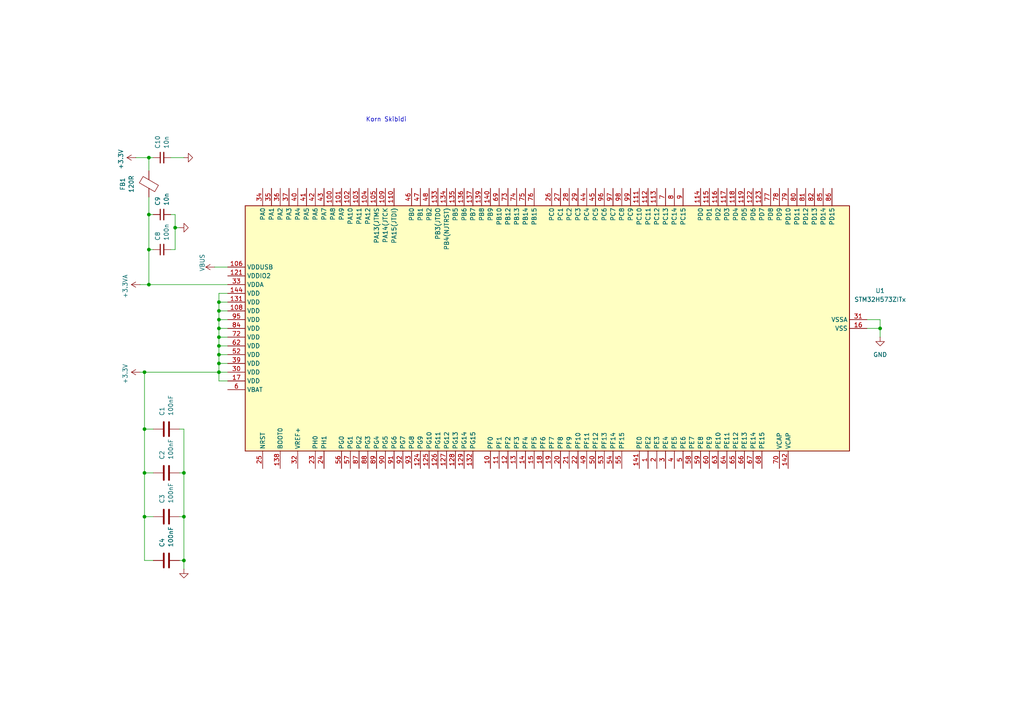
<source format=kicad_sch>
(kicad_sch (version 20250114) (generator "eeschema") (generator_version "9.0")
  (paper "A4")
  (title_block (date "2024-09-06") (rev "Tokyo") (company "CUHAR"))
  (lib_symbols
    (symbol "Device:C" (pin_numbers (hide yes)) (pin_names (offset 0.254))
      (property "Reference" "C" (at 0.635 2.54 0))
      (property "Value" "C" (at 0.635 -2.54 0))
      (symbol "C_0_1"
        (polyline (pts (xy -2.032 0.762) (xy 2.032 0.762)) (stroke (width 0.508)))
        (polyline (pts (xy -2.032 -0.762) (xy 2.032 -0.762)) (stroke (width 0.508)))
      )
      (symbol "C_1_1"
        (pin passive line (at 0 3.81 270) (length 2.794) (name "~") (number "1"))
        (pin passive line (at 0 -3.81 90) (length 2.794) (name "~") (number "2"))
      )
    )
    (symbol "Device:C_Small" (pin_numbers (hide yes)) (pin_names (offset 0.254) (hide yes))
      (property "Reference" "C" (at 0.254 1.778 0))
      (property "Value" "C_Small" (at 0.254 -2.032 0))
      (symbol "C_Small_0_1"
        (polyline (pts (xy -1.524 0.508) (xy 1.524 0.508)) (stroke (width 0.3048)))
        (polyline (pts (xy -1.524 -0.508) (xy 1.524 -0.508)) (stroke (width 0.3302)))
      )
      (symbol "C_Small_1_1"
        (pin passive line (at 0 2.54 270) (length 2.032) (name "~") (number "1"))
        (pin passive line (at 0 -2.54 90) (length 2.032) (name "~") (number "2"))
      )
    )
    (symbol "Device:FerriteBead" (pin_numbers (hide yes)) (pin_names (offset 0))
      (property "Reference" "FB" (at -3.81 0.635 90))
      (property "Value" "FerriteBead" (at 3.81 0 90))
      (symbol "FerriteBead_0_1"
        (polyline (pts (xy -2.7686 0.4064) (xy -1.7018 2.2606) (xy 2.7686 -0.3048) (xy 1.6764 -2.159) (xy -2.7686 0.4064)))
        (polyline (pts (xy 0 1.27) (xy 0 1.2954)))
        (polyline (pts (xy 0 -1.27) (xy 0 -1.2192)))
      )
      (symbol "FerriteBead_1_1"
        (pin passive line (at 0 3.81 270) (length 2.54) (name "~") (number "1"))
        (pin passive line (at 0 -3.81 90) (length 2.54) (name "~") (number "2"))
      )
    )
    (symbol "MCU_ST_STM32H5:STM32H573ZITx"
      (property "Reference" "U" (at -35.56 90.17 0))
      (property "Value" "STM32H573ZITx" (at 20.32 90.17 0))
      (symbol "STM32H573ZITx_0_1"
        (rectangle (start -35.56 -86.36) (end 35.56 88.9) (stroke (width 0.254)) (fill (type background)))
      )
      (symbol "STM32H573ZITx_1_1"
        (pin input line (at -40.64 83.82 0) (length 5.08) (name "NRST") (number "25"))
        (pin input line (at -40.64 78.74 0) (length 5.08) (name "BOOT0") (number "138"))
        (pin input line (at -40.64 73.66 0) (length 5.08) (name "VREF+") (number "32"))
        (pin bidirectional line (at -40.64 68.58 0) (length 5.08) (name "PH0") (number "23"))
        (pin bidirectional line (at -40.64 66.04 0) (length 5.08) (name "PH1") (number "24"))
        (pin bidirectional line (at -40.64 60.96 0) (length 5.08) (name "PG0") (number "56"))
        (pin bidirectional line (at -40.64 58.42 0) (length 5.08) (name "PG1") (number "57"))
        (pin bidirectional line (at -40.64 55.88 0) (length 5.08) (name "PG2") (number "87"))
        (pin bidirectional line (at -40.64 53.34 0) (length 5.08) (name "PG3") (number "88"))
        (pin bidirectional line (at -40.64 50.8 0) (length 5.08) (name "PG4") (number "89"))
        (pin bidirectional line (at -40.64 48.26 0) (length 5.08) (name "PG5") (number "90"))
        (pin bidirectional line (at -40.64 45.72 0) (length 5.08) (name "PG6") (number "91"))
        (pin bidirectional line (at -40.64 43.18 0) (length 5.08) (name "PG7") (number "92"))
        (pin bidirectional line (at -40.64 40.64 0) (length 5.08) (name "PG8") (number "93"))
        (pin bidirectional line (at -40.64 38.1 0) (length 5.08) (name "PG9") (number "124"))
        (pin bidirectional line (at -40.64 35.56 0) (length 5.08) (name "PG10") (number "125"))
        (pin bidirectional line (at -40.64 33.02 0) (length 5.08) (name "PG11") (number "126"))
        (pin bidirectional line (at -40.64 30.48 0) (length 5.08) (name "PG12") (number "127"))
        (pin bidirectional line (at -40.64 27.94 0) (length 5.08) (name "PG13") (number "128"))
        (pin bidirectional line (at -40.64 25.4 0) (length 5.08) (name "PG14") (number "129"))
        (pin bidirectional line (at -40.64 22.86 0) (length 5.08) (name "PG15") (number "132"))
        (pin bidirectional line (at -40.64 17.78 0) (length 5.08) (name "PF0") (number "10"))
        (pin bidirectional line (at -40.64 15.24 0) (length 5.08) (name "PF1") (number "11"))
        (pin bidirectional line (at -40.64 12.7 0) (length 5.08) (name "PF2") (number "12"))
        (pin bidirectional line (at -40.64 10.16 0) (length 5.08) (name "PF3") (number "13"))
        (pin bidirectional line (at -40.64 7.62 0) (length 5.08) (name "PF4") (number "14"))
        (pin bidirectional line (at -40.64 5.08 0) (length 5.08) (name "PF5") (number "15"))
        (pin bidirectional line (at -40.64 2.54 0) (length 5.08) (name "PF6") (number "18"))
        (pin bidirectional line (at -40.64 0 0) (length 5.08) (name "PF7") (number "19"))
        (pin bidirectional line (at -40.64 -2.54 0) (length 5.08) (name "PF8") (number "20"))
        (pin bidirectional line (at -40.64 -5.08 0) (length 5.08) (name "PF9") (number "21"))
        (pin bidirectional line (at -40.64 -7.62 0) (length 5.08) (name "PF10") (number "22"))
        (pin bidirectional line (at -40.64 -10.16 0) (length 5.08) (name "PF11") (number "49"))
        (pin bidirectional line (at -40.64 -12.7 0) (length 5.08) (name "PF12") (number "50"))
        (pin bidirectional line (at -40.64 -15.24 0) (length 5.08) (name "PF13") (number "53"))
        (pin bidirectional line (at -40.64 -17.78 0) (length 5.08) (name "PF14") (number "54"))
        (pin bidirectional line (at -40.64 -20.32 0) (length 5.08) (name "PF15") (number "55"))
        (pin bidirectional line (at -40.64 -25.4 0) (length 5.08) (name "PE0") (number "141"))
        (pin bidirectional line (at -40.64 -27.94 0) (length 5.08) (name "PE2") (number "1"))
        (pin bidirectional line (at -40.64 -30.48 0) (length 5.08) (name "PE3") (number "2"))
        (pin bidirectional line (at -40.64 -33.02 0) (length 5.08) (name "PE4") (number "3"))
        (pin bidirectional line (at -40.64 -35.56 0) (length 5.08) (name "PE5") (number "4"))
        (pin bidirectional line (at -40.64 -38.1 0) (length 5.08) (name "PE6") (number "5"))
        (pin bidirectional line (at -40.64 -40.64 0) (length 5.08) (name "PE7") (number "58"))
        (pin bidirectional line (at -40.64 -43.18 0) (length 5.08) (name "PE8") (number "59"))
        (pin bidirectional line (at -40.64 -45.72 0) (length 5.08) (name "PE9") (number "60"))
        (pin bidirectional line (at -40.64 -48.26 0) (length 5.08) (name "PE10") (number "63"))
        (pin bidirectional line (at -40.64 -50.8 0) (length 5.08) (name "PE11") (number "64"))
        (pin bidirectional line (at -40.64 -53.34 0) (length 5.08) (name "PE12") (number "65"))
        (pin bidirectional line (at -40.64 -55.88 0) (length 5.08) (name "PE13") (number "66"))
        (pin bidirectional line (at -40.64 -58.42 0) (length 5.08) (name "PE14") (number "67"))
        (pin bidirectional line (at -40.64 -60.96 0) (length 5.08) (name "PE15") (number "68"))
        (pin power_out line (at -40.64 -66.04 0) (length 5.08) (name "VCAP") (number "70"))
        (pin power_out line (at -40.64 -68.58 0) (length 5.08) (name "VCAP") (number "142"))
        (pin power_in line (at -17.78 93.98 270) (length 5.08) (name "VBAT") (number "6"))
        (pin power_in line (at -15.24 93.98 270) (length 5.08) (name "VDD") (number "17"))
        (pin power_in line (at -12.7 93.98 270) (length 5.08) (name "VDD") (number "30"))
        (pin power_in line (at -10.16 93.98 270) (length 5.08) (name "VDD") (number "39"))
        (pin power_in line (at -7.62 93.98 270) (length 5.08) (name "VDD") (number "52"))
        (pin power_in line (at -5.08 93.98 270) (length 5.08) (name "VDD") (number "62"))
        (pin power_in line (at -2.54 93.98 270) (length 5.08) (name "VDD") (number "72"))
        (pin power_in line (at 0 93.98 270) (length 5.08) (name "VDD") (number "84"))
        (pin passive line (at 0 -91.44 90) (length 5.08) (hide yes) (name "VSS") (number "107"))
        (pin passive line (at 0 -91.44 90) (length 5.08) (hide yes) (name "VSS") (number "120"))
        (pin passive line (at 0 -91.44 90) (length 5.08) (hide yes) (name "VSS") (number "130"))
        (pin passive line (at 0 -91.44 90) (length 5.08) (hide yes) (name "VSS") (number "143"))
        (pin power_in line (at 0 -91.44 90) (length 5.08) (name "VSS") (number "16"))
        (pin passive line (at 0 -91.44 90) (length 5.08) (hide yes) (name "VSS") (number "38"))
        (pin passive line (at 0 -91.44 90) (length 5.08) (hide yes) (name "VSS") (number "51"))
        (pin passive line (at 0 -91.44 90) (length 5.08) (hide yes) (name "VSS") (number "61"))
        (pin passive line (at 0 -91.44 90) (length 5.08) (hide yes) (name "VSS") (number "71"))
        (pin passive line (at 0 -91.44 90) (length 5.08) (hide yes) (name "VSS") (number "83"))
        (pin passive line (at 0 -91.44 90) (length 5.08) (hide yes) (name "VSS") (number "94"))
        (pin power_in line (at 2.54 93.98 270) (length 5.08) (name "VDD") (number "95"))
        (pin power_in line (at 2.54 -91.44 90) (length 5.08) (name "VSSA") (number "31"))
        (pin power_in line (at 5.08 93.98 270) (length 5.08) (name "VDD") (number "108"))
        (pin power_in line (at 7.62 93.98 270) (length 5.08) (name "VDD") (number "131"))
        (pin power_in line (at 10.16 93.98 270) (length 5.08) (name "VDD") (number "144"))
        (pin power_in line (at 12.7 93.98 270) (length 5.08) (name "VDDA") (number "33"))
        (pin power_in line (at 15.24 93.98 270) (length 5.08) (name "VDDIO2") (number "121"))
        (pin power_in line (at 17.78 93.98 270) (length 5.08) (name "VDDUSB") (number "106"))
        (pin bidirectional line (at 40.64 83.82 180) (length 5.08) (name "PA0") (number "34"))
        (pin bidirectional line (at 40.64 81.28 180) (length 5.08) (name "PA1") (number "35"))
        (pin bidirectional line (at 40.64 78.74 180) (length 5.08) (name "PA2") (number "36"))
        (pin bidirectional line (at 40.64 76.2 180) (length 5.08) (name "PA3") (number "37"))
        (pin bidirectional line (at 40.64 73.66 180) (length 5.08) (name "PA4") (number "40"))
        (pin bidirectional line (at 40.64 71.12 180) (length 5.08) (name "PA5") (number "41"))
        (pin bidirectional line (at 40.64 68.58 180) (length 5.08) (name "PA6") (number "42"))
        (pin bidirectional line (at 40.64 66.04 180) (length 5.08) (name "PA7") (number "43"))
        (pin bidirectional line (at 40.64 63.5 180) (length 5.08) (name "PA8") (number "100"))
        (pin bidirectional line (at 40.64 60.96 180) (length 5.08) (name "PA9") (number "101"))
        (pin bidirectional line (at 40.64 58.42 180) (length 5.08) (name "PA10") (number "102"))
        (pin bidirectional line (at 40.64 55.88 180) (length 5.08) (name "PA11") (number "103"))
        (pin bidirectional line (at 40.64 53.34 180) (length 5.08) (name "PA12") (number "104"))
        (pin bidirectional line (at 40.64 50.8 180) (length 5.08) (name "PA13(JTMS") (number "105"))
        (pin bidirectional line (at 40.64 48.26 180) (length 5.08) (name "PA14(JTCK") (number "109"))
        (pin bidirectional line (at 40.64 45.72 180) (length 5.08) (name "PA15(JTDI)") (number "110"))
        (pin bidirectional line (at 40.64 40.64 180) (length 5.08) (name "PB0") (number "46"))
        (pin bidirectional line (at 40.64 38.1 180) (length 5.08) (name "PB1") (number "47"))
        (pin bidirectional line (at 40.64 35.56 180) (length 5.08) (name "PB2") (number "48"))
        (pin bidirectional line (at 40.64 33.02 180) (length 5.08) (name "PB3(JTDO") (number "133"))
        (pin bidirectional line (at 40.64 30.48 180) (length 5.08) (name "PB4(NJTRST)") (number "134"))
        (pin bidirectional line (at 40.64 27.94 180) (length 5.08) (name "PB5") (number "135"))
        (pin bidirectional line (at 40.64 25.4 180) (length 5.08) (name "PB6") (number "136"))
        (pin bidirectional line (at 40.64 22.86 180) (length 5.08) (name "PB7") (number "137"))
        (pin bidirectional line (at 40.64 20.32 180) (length 5.08) (name "PB8") (number "139"))
        (pin bidirectional line (at 40.64 17.78 180) (length 5.08) (name "PB9") (number "140"))
        (pin bidirectional line (at 40.64 15.24 180) (length 5.08) (name "PB10") (number "69"))
        (pin bidirectional line (at 40.64 12.7 180) (length 5.08) (name "PB12") (number "73"))
        (pin bidirectional line (at 40.64 10.16 180) (length 5.08) (name "PB13") (number "74"))
        (pin bidirectional line (at 40.64 7.62 180) (length 5.08) (name "PB14") (number "75"))
        (pin bidirectional line (at 40.64 5.08 180) (length 5.08) (name "PB15") (number "76"))
        (pin bidirectional line (at 40.64 0 180) (length 5.08) (name "PC0") (number "26"))
        (pin bidirectional line (at 40.64 -2.54 180) (length 5.08) (name "PC1") (number "27"))
        (pin bidirectional line (at 40.64 -5.08 180) (length 5.08) (name "PC2") (number "28"))
        (pin bidirectional line (at 40.64 -7.62 180) (length 5.08) (name "PC3") (number "29"))
        (pin bidirectional line (at 40.64 -10.16 180) (length 5.08) (name "PC4") (number "44"))
        (pin bidirectional line (at 40.64 -12.7 180) (length 5.08) (name "PC5") (number "45"))
        (pin bidirectional line (at 40.64 -15.24 180) (length 5.08) (name "PC6") (number "96"))
        (pin bidirectional line (at 40.64 -17.78 180) (length 5.08) (name "PC7") (number "97"))
        (pin bidirectional line (at 40.64 -20.32 180) (length 5.08) (name "PC8") (number "98"))
        (pin bidirectional line (at 40.64 -22.86 180) (length 5.08) (name "PC9") (number "99"))
        (pin bidirectional line (at 40.64 -25.4 180) (length 5.08) (name "PC10") (number "111"))
        (pin bidirectional line (at 40.64 -27.94 180) (length 5.08) (name "PC11") (number "112"))
        (pin bidirectional line (at 40.64 -30.48 180) (length 5.08) (name "PC12") (number "113"))
        (pin bidirectional line (at 40.64 -33.02 180) (length 5.08) (name "PC13") (number "7"))
        (pin bidirectional line (at 40.64 -35.56 180) (length 5.08) (name "PC14") (number "8"))
        (pin bidirectional line (at 40.64 -38.1 180) (length 5.08) (name "PC15") (number "9"))
        (pin bidirectional line (at 40.64 -43.18 180) (length 5.08) (name "PD0") (number "114"))
        (pin bidirectional line (at 40.64 -45.72 180) (length 5.08) (name "PD1") (number "115"))
        (pin bidirectional line (at 40.64 -48.26 180) (length 5.08) (name "PD2") (number "116"))
        (pin bidirectional line (at 40.64 -50.8 180) (length 5.08) (name "PD3") (number "117"))
        (pin bidirectional line (at 40.64 -53.34 180) (length 5.08) (name "PD4") (number "118"))
        (pin bidirectional line (at 40.64 -55.88 180) (length 5.08) (name "PD5") (number "119"))
        (pin bidirectional line (at 40.64 -58.42 180) (length 5.08) (name "PD6") (number "122"))
        (pin bidirectional line (at 40.64 -60.96 180) (length 5.08) (name "PD7") (number "123"))
        (pin bidirectional line (at 40.64 -63.5 180) (length 5.08) (name "PD8") (number "77"))
        (pin bidirectional line (at 40.64 -66.04 180) (length 5.08) (name "PD9") (number "78"))
        (pin bidirectional line (at 40.64 -68.58 180) (length 5.08) (name "PD10") (number "79"))
        (pin bidirectional line (at 40.64 -71.12 180) (length 5.08) (name "PD11") (number "80"))
        (pin bidirectional line (at 40.64 -73.66 180) (length 5.08) (name "PD12") (number "81"))
        (pin bidirectional line (at 40.64 -76.2 180) (length 5.08) (name "PD13") (number "82"))
        (pin bidirectional line (at 40.64 -78.74 180) (length 5.08) (name "PD14") (number "85"))
        (pin bidirectional line (at 40.64 -81.28 180) (length 5.08) (name "PD15") (number "86"))
      )
    )
    (symbol "power:+3.3V" (power) (pin_numbers (hide yes)) (pin_names (offset 0) (hide yes))
      (property "Value" "+3.3V" (at 0 3.556 0))
      (symbol "+3.3V_0_1"
        (polyline (pts (xy -0.762 1.27) (xy 0 2.54)))
        (polyline (pts (xy 0 2.54) (xy 0.762 1.27)))
        (polyline (pts (xy 0 0) (xy 0 2.54)))
      )
      (symbol "+3.3V_1_1"
        (pin power_in line (at 0 0 90) (length 0) (name "~") (number "1"))
      )
    )
    (symbol "power:GND" (power) (pin_numbers (hide yes)) (pin_names (offset 0) (hide yes))
      (property "Value" "GND" (at 0 -3.81 0))
      (symbol "GND_0_1"
        (polyline (pts (xy 0 0) (xy 0 -1.27) (xy 1.27 -1.27) (xy 0 -2.54) (xy -1.27 -1.27) (xy 0 -1.27)))
      )
      (symbol "GND_1_1"
        (pin power_in line (at 0 0 270) (length 0) (name "~") (number "1"))
      )
    )
    (symbol "power:VBUS" (power) (pin_numbers (hide yes)) (pin_names (offset 0) (hide yes))
      (property "Value" "VBUS" (at 0 3.556 0))
      (symbol "VBUS_0_1"
        (polyline (pts (xy -0.762 1.27) (xy 0 2.54)))
        (polyline (pts (xy 0 2.54) (xy 0.762 1.27)))
        (polyline (pts (xy 0 0) (xy 0 2.54)))
      )
      (symbol "VBUS_1_1"
        (pin power_in line (at 0 0 90) (length 0) (name "~") (number "1"))
      )
    )
  )
  (text "Korn Skibidi" (at 112.014 34.798 0) (effects (font (size 1.27 1.27))))
  (junction (at 43.18 62.23))
  (junction (at 43.18 45.72))
  (junction (at 43.18 82.55))
  (junction (at 63.5 90.17))
  (junction (at 255.27 95.25))
  (junction (at 63.5 105.41))
  (junction (at 63.5 102.87))
  (junction (at 63.5 97.79))
  (junction (at 63.5 107.95))
  (junction (at 50.8 66.04))
  (junction (at 63.5 95.25))
  (junction (at 63.5 100.33))
  (junction (at 63.5 92.71))
  (junction (at 43.18 72.39))
  (junction (at 41.91 107.95))
  (junction (at 63.5 87.63))
  (junction (at 41.91 149.86))
  (junction (at 41.91 124.46))
  (junction (at 53.34 162.56))
  (junction (at 41.91 137.16))
  (junction (at 53.34 149.86))
  (junction (at 53.34 137.16))
  (wire (pts (xy 52.07 66.04) (xy 50.8 66.04)))
  (wire (pts (xy 63.5 100.33) (xy 63.5 102.87)))
  (wire (pts (xy 43.18 62.23) (xy 43.18 72.39)))
  (wire (pts (xy 49.53 45.72) (xy 53.34 45.72)))
  (wire (pts (xy 63.5 97.79) (xy 66.04 97.79)))
  (wire (pts (xy 41.91 137.16) (xy 44.45 137.16)))
  (wire (pts (xy 44.45 162.56) (xy 41.91 162.56)))
  (wire (pts (xy 63.5 110.49) (xy 66.04 110.49)))
  (wire (pts (xy 39.37 45.72) (xy 43.18 45.72)))
  (wire (pts (xy 63.5 92.71) (xy 66.04 92.71)))
  (wire (pts (xy 43.18 45.72) (xy 43.18 49.53)))
  (wire (pts (xy 63.5 87.63) (xy 66.04 87.63)))
  (wire (pts (xy 43.18 72.39) (xy 44.45 72.39)))
  (wire (pts (xy 251.46 95.25) (xy 255.27 95.25)))
  (wire (pts (xy 43.18 72.39) (xy 43.18 82.55)))
  (wire (pts (xy 63.5 85.09) (xy 66.04 85.09)))
  (wire (pts (xy 50.8 66.04) (xy 50.8 62.23)))
  (wire (pts (xy 63.5 100.33) (xy 66.04 100.33)))
  (wire (pts (xy 63.5 90.17) (xy 63.5 92.71)))
  (wire (pts (xy 41.91 149.86) (xy 41.91 137.16)))
  (wire (pts (xy 41.91 124.46) (xy 44.45 124.46)))
  (wire (pts (xy 43.18 57.15) (xy 43.18 62.23)))
  (wire (pts (xy 63.5 90.17) (xy 66.04 90.17)))
  (wire (pts (xy 53.34 137.16) (xy 52.07 137.16)))
  (wire (pts (xy 63.5 92.71) (xy 63.5 95.25)))
  (wire (pts (xy 53.34 162.56) (xy 52.07 162.56)))
  (wire (pts (xy 41.91 149.86) (xy 44.45 149.86)))
  (wire (pts (xy 63.5 102.87) (xy 66.04 102.87)))
  (wire (pts (xy 43.18 62.23) (xy 44.45 62.23)))
  (wire (pts (xy 53.34 149.86) (xy 52.07 149.86)))
  (wire (pts (xy 63.5 105.41) (xy 66.04 105.41)))
  (wire (pts (xy 63.5 107.95) (xy 66.04 107.95)))
  (wire (pts (xy 63.5 87.63) (xy 63.5 85.09)))
  (wire (pts (xy 41.91 137.16) (xy 41.91 124.46)))
  (wire (pts (xy 50.8 72.39) (xy 50.8 66.04)))
  (wire (pts (xy 53.34 162.56) (xy 53.34 149.86)))
  (wire (pts (xy 53.34 137.16) (xy 53.34 124.46)))
  (wire (pts (xy 53.34 124.46) (xy 52.07 124.46)))
  (wire (pts (xy 43.18 82.55) (xy 40.64 82.55)))
  (wire (pts (xy 63.5 97.79) (xy 63.5 100.33)))
  (wire (pts (xy 62.23 77.47) (xy 66.04 77.47)))
  (wire (pts (xy 53.34 149.86) (xy 53.34 137.16)))
  (wire (pts (xy 44.45 45.72) (xy 43.18 45.72)))
  (wire (pts (xy 63.5 95.25) (xy 63.5 97.79)))
  (wire (pts (xy 63.5 102.87) (xy 63.5 105.41)))
  (wire (pts (xy 251.46 92.71) (xy 255.27 92.71)))
  (wire (pts (xy 41.91 124.46) (xy 41.91 107.95)))
  (wire (pts (xy 53.34 165.1) (xy 53.34 162.56)))
  (wire (pts (xy 255.27 92.71) (xy 255.27 95.25)))
  (wire (pts (xy 43.18 82.55) (xy 66.04 82.55)))
  (wire (pts (xy 49.53 72.39) (xy 50.8 72.39)))
  (wire (pts (xy 50.8 62.23) (xy 49.53 62.23)))
  (wire (pts (xy 41.91 162.56) (xy 41.91 149.86)))
  (wire (pts (xy 63.5 87.63) (xy 63.5 90.17)))
  (wire (pts (xy 255.27 95.25) (xy 255.27 97.79)))
  (wire (pts (xy 63.5 107.95) (xy 63.5 110.49)))
  (wire (pts (xy 63.5 105.41) (xy 63.5 107.95)))
  (wire (pts (xy 41.91 107.95) (xy 63.5 107.95)))
  (wire (pts (xy 40.64 107.95) (xy 41.91 107.95)))
  (wire (pts (xy 63.5 95.25) (xy 66.04 95.25)))
  (symbol (lib_id "power:GND") (at 52.07 66.04 90) (unit 1)
    (property "Reference" "#PWR014" (effects (hide yes)))
    (property "Value" "GND" (effects (hide yes)))
    (property "Description" "Power symbol creates a global label with name \"GND\" , ground" (effects (hide yes)))
  )
  (symbol (lib_id "power:+3.3V") (at 39.37 45.72 90) (unit 1)
    (property "Reference" "#PWR016" (effects (hide yes)))
    (property "Value" "+3.3V" (at 35.052 46.228 0))
    (property "Description" "Power symbol creates a global label with name \"+3.3V\"" (effects (hide yes)))
  )
  (symbol (lib_id "power:GND") (at 255.27 97.79 0) (unit 1)
    (property "Reference" "#PWR01" (effects (hide yes)))
    (property "Value" "GND" (at 255.27 102.87 0))
    (property "Description" "Power symbol creates a global label with name \"GND\" , ground" (effects (hide yes)))
  )
  (symbol (lib_id "power:GND") (at 53.34 165.1 0) (unit 1)
    (property "Reference" "#PWR03" (effects (hide yes)))
    (property "Value" "GND" (effects (hide yes)))
    (property "Description" "Power symbol creates a global label with name \"GND\" , ground" (effects (hide yes)))
  )
  (symbol (lib_id "Device:C") (at 48.26 124.46 90) (unit 1)
    (property "Reference" "C1" (at 46.9899 120.65 0) (effects (justify left)))
    (property "Value" "100nF" (at 49.5299 120.65 0) (effects (justify left)))
    (property "Footprint" "Capacitor_SMD:C_0402_1005Metric" (effects (hide yes)))
    (property "Description" "Unpolarized capacitor" (effects (hide yes)))
  )
  (symbol (lib_id "power:VBUS") (at 62.23 77.47 90) (unit 1)
    (property "Reference" "#PWR04" (effects (hide yes)))
    (property "Value" "VBUS" (at 58.674 76.2 0))
    (property "Description" "Power symbol creates a global label with name \"VBUS\"" (effects (hide yes)))
  )
  (symbol (lib_id "MCU_ST_STM32H5:STM32H573ZITx") (at 160.02 95.25 90) (unit 1)
    (property "Reference" "U1" (at 255.27 84.328 90))
    (property "Value" "STM32H573ZITx" (at 255.27 86.868 90))
    (property "Footprint" "Package_QFP:LQFP-144_20x20mm_P0.5mm" (effects (hide yes)))
    (property "Datasheet" "https://www.st.com/resource/en/datasheet/stm32h573zi.pdf" (effects (hide yes)))
    (property "Description" "STMicroelectronics Arm Cortex-M33 MCU, 2048KB flash, 640KB RAM, 250 MHz, 1.62-3.6V, 112 GPIO, LQFP144" (effects (hide yes)))
  )
  (symbol (lib_id "Device:C_Small") (at 46.99 62.23 90) (unit 1)
    (property "Reference" "C9" (at 45.7262 59.69 0) (effects (justify left)))
    (property "Value" "10n" (at 48.2662 59.69 0) (effects (justify left)))
    (property "Footprint" "Capacitor_SMD:C_0402_1005Metric" (effects (hide yes)))
    (property "Description" "Unpolarized capacitor, small symbol" (effects (hide yes)))
  )
  (symbol (lib_id "power:+3.3V") (at 40.64 82.55 90) (unit 1)
    (property "Reference" "#PWR013" (effects (hide yes)))
    (property "Value" "+3.3VA" (at 36.322 83.058 0))
    (property "Description" "Power symbol creates a global label with name \"+3.3V\"" (effects (hide yes)))
  )
  (symbol (lib_id "power:GND") (at 53.34 45.72 90) (unit 1)
    (property "Reference" "#PWR015" (effects (hide yes)))
    (property "Value" "GND" (effects (hide yes)))
    (property "Description" "Power symbol creates a global label with name \"GND\" , ground" (effects (hide yes)))
  )
  (symbol (lib_id "Device:C") (at 48.26 149.86 90) (unit 1)
    (property "Reference" "C3" (at 46.9899 146.05 0) (effects (justify left)))
    (property "Value" "100nF" (at 49.5299 146.05 0) (effects (justify left)))
    (property "Footprint" "Capacitor_SMD:C_0402_1005Metric" (effects (hide yes)))
    (property "Description" "Unpolarized capacitor" (effects (hide yes)))
  )
  (symbol (lib_id "Device:C_Small") (at 46.99 45.72 90) (unit 1)
    (property "Reference" "C10" (at 45.7262 43.18 0) (effects (justify left)))
    (property "Value" "10n" (at 48.2662 43.18 0) (effects (justify left)))
    (property "Footprint" "Capacitor_SMD:C_0402_1005Metric" (effects (hide yes)))
    (property "Description" "Unpolarized capacitor, small symbol" (effects (hide yes)))
  )
  (symbol (lib_id "Device:C_Small") (at 46.99 72.39 90) (unit 1)
    (property "Reference" "C8" (at 45.7262 69.85 0) (effects (justify left)))
    (property "Value" "100n" (at 48.2662 69.85 0) (effects (justify left)))
    (property "Footprint" "Capacitor_SMD:C_0402_1005Metric" (effects (hide yes)))
    (property "Description" "Unpolarized capacitor, small symbol" (effects (hide yes)))
  )
  (symbol (lib_id "power:+3.3V") (at 40.64 107.95 90) (unit 1)
    (property "Reference" "#PWR02" (effects (hide yes)))
    (property "Value" "+3.3V" (at 36.322 108.458 0))
    (property "Description" "Power symbol creates a global label with name \"+3.3V\"" (effects (hide yes)))
  )
  (symbol (lib_id "Device:C") (at 48.26 162.56 90) (unit 1)
    (property "Reference" "C4" (at 46.9899 158.75 0) (effects (justify left)))
    (property "Value" "100nF" (at 49.5299 158.75 0) (effects (justify left)))
    (property "Footprint" "Capacitor_SMD:C_0402_1005Metric" (effects (hide yes)))
    (property "Description" "Unpolarized capacitor" (effects (hide yes)))
  )
  (symbol (lib_id "Device:FerriteBead") (at 43.18 53.34 180) (unit 1)
    (property "Reference" "FB1" (at 35.56 53.3908 90))
    (property "Value" "120R" (at 38.1 53.3908 90))
    (property "Footprint" "Inductor_SMD:L_0603_1608Metric" (effects (hide yes)))
    (property "Description" "Ferrite bead" (effects (hide yes)))
  )
  (symbol (lib_id "Device:C") (at 48.26 137.16 90) (unit 1)
    (property "Reference" "C2" (at 46.9899 133.35 0) (effects (justify left)))
    (property "Value" "100nF" (at 49.5299 133.35 0) (effects (justify left)))
    (property "Footprint" "Capacitor_SMD:C_0402_1005Metric" (effects (hide yes)))
    (property "Description" "Unpolarized capacitor" (effects (hide yes)))
  )
  (sheet (at 200.66 217.805) (size 49.53 30.48) (stroke (width 0.1524))
    (property "Sheetname" "abcd" (at 200.66 217.0934 0) (effects (justify left bottom)))
    (property "Sheetfile" "abcd.kicad_sch" (at 200.66 248.8696 0) (effects (justify left top)))
  )
  (sheet (at 1.27 218.44) (size 45.72 27.94) (stroke (width 0.1524))
    (property "Sheetname" "Sensors" (at 1.27 217.7284 0) (effects (justify left bottom)))
    (property "Sheetfile" "sensors.kicad_sch" (at 1.27 246.9646 0) (effects (justify left top)))
  )
  (sheet (at 99.06 218.44) (size 43.18 27.94) (stroke (width 0.1524))
    (property "Sheetname" "Connectors" (at 99.06 217.7284 0) (effects (justify left bottom)))
    (property "Sheetfile" "connectors.kicad_sch" (at 99.06 246.9646 0) (effects (justify left top)))
  )
  (sheet (at 146.05 218.44) (size 43.18 27.94) (stroke (width 0.1524))
    (property "Sheetname" "Power" (at 146.05 217.7284 0) (effects (justify left bottom)))
    (property "Sheetfile" "power.kicad_sch" (at 146.05 246.9646 0) (effects (justify left top)))
  )
  (sheet (at 195.58 219.71) (size 39.37 26.67) (stroke (width 0.1524))
    (property "Sheetname" "Testing 1" (at 195.58 218.9984 0) (effects (justify left bottom)))
    (property "Sheetfile" "untitled.kicad_sch" (at 195.58 246.9646 0) (effects (justify left top)))
  )
  (sheet (at 50.8 218.44) (size 44.45 27.94) (stroke (width 0.1524))
    (property "Sheetname" "Misc" (at 50.8 217.7284 0) (effects (justify left bottom)))
    (property "Sheetfile" "misc.kicad_sch" (at 50.8 246.9646 0) (effects (justify left top)))
  )
)
</source>
